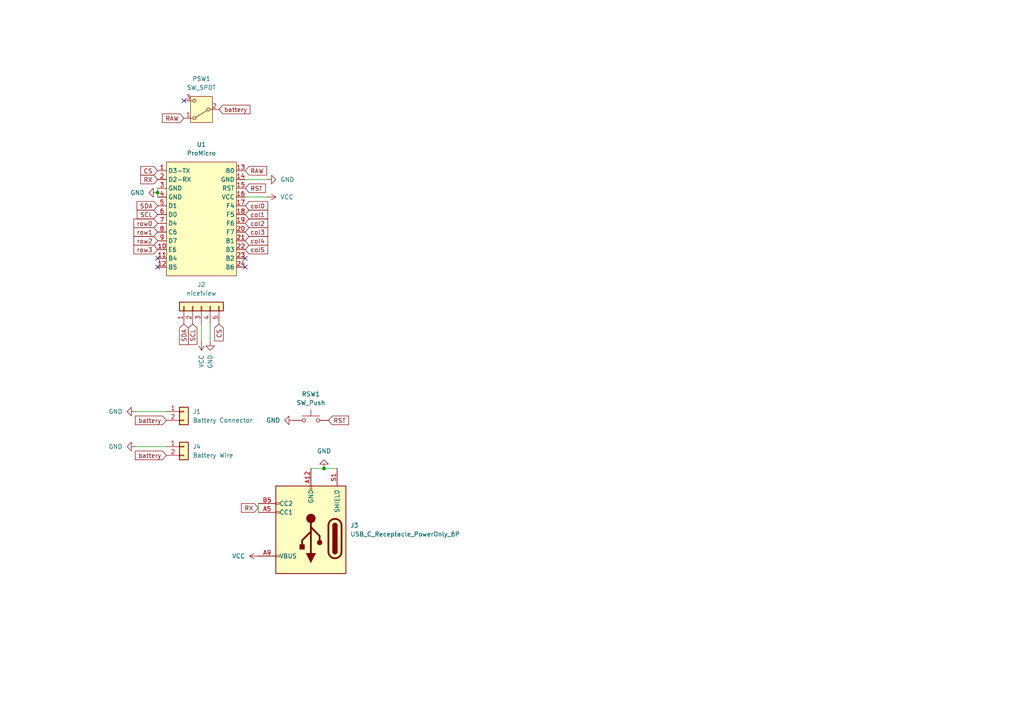
<source format=kicad_sch>
(kicad_sch (version 20231120) (generator "eeschema") (generator_version "8.0")
  (paper "A4")
  (lib_symbols
    (symbol "Connector:USB_C_Receptacle_PowerOnly_6P" (pin_names (offset 1.016))
      (property "Reference" "J" (at 0 16.51 0))
      (property "Value" "USB_C_Receptacle_PowerOnly_6P" (at 0 13.97 0))
      (symbol "USB_C_Receptacle_PowerOnly_6P_0_0"
        (rectangle (start -0.254 -12.7) (end 0.254 -11.684))
        (rectangle (start 10.16 -7.366) (end 9.144 -7.874))
        (rectangle (start 10.16 -4.826) (end 9.144 -5.334))
        (rectangle (start 10.16 7.874) (end 9.144 7.366))
      )
      (symbol "USB_C_Receptacle_PowerOnly_6P_0_1"
        (rectangle (start -10.16 12.7) (end 10.16 -12.7) (stroke (width 0.254)) (fill (type background)))
        (arc (start -8.89 -1.27) (mid -6.985 -3.1667) (end -5.08 -1.27) (stroke (width 0.508)))
        (arc (start -7.62 -1.27) (mid -6.985 -1.9023) (end -6.35 -1.27) (stroke (width 0.254)))
        (arc (start -7.62 -1.27) (mid -6.985 -1.9023) (end -6.35 -1.27) (stroke (width 0.254)) (fill (type outline)))
        (rectangle (start -7.62 -1.27) (end -6.35 6.35) (stroke (width 0.254)) (fill (type outline)))
        (arc (start -6.35 6.35) (mid -6.985 6.9823) (end -7.62 6.35) (stroke (width 0.254)))
        (arc (start -6.35 6.35) (mid -6.985 6.9823) (end -7.62 6.35) (stroke (width 0.254)) (fill (type outline)))
        (arc (start -5.08 6.35) (mid -6.985 8.2467) (end -8.89 6.35) (stroke (width 0.508)))
        (circle (center -2.54 3.683) (radius 0.635) (stroke (width 0.254)) (fill (type outline)))
        (circle (center 0 -3.302) (radius 1.27) (fill (type outline)))
        (polyline (pts (xy -8.89 -1.27) (xy -8.89 6.35)) (stroke (width 0.508)))
        (polyline (pts (xy -5.08 6.35) (xy -5.08 -1.27)) (stroke (width 0.508)))
        (polyline (pts (xy 0 -3.302) (xy 0 6.858)) (stroke (width 0.508)))
        (polyline (pts (xy 0 -0.762) (xy -2.54 1.778) (xy -2.54 3.048)) (stroke (width 0.508)))
        (polyline (pts (xy 0 0.508) (xy 2.54 3.048) (xy 2.54 4.318)) (stroke (width 0.508)))
        (polyline (pts (xy -1.27 6.858) (xy 0 9.398) (xy 1.27 6.858) (xy -1.27 6.858)) (stroke (width 0.254)) (fill (type outline)))
        (rectangle (start 1.905 4.318) (end 3.175 5.588) (stroke (width 0.254)) (fill (type outline)))
      )
      (symbol "USB_C_Receptacle_PowerOnly_6P_1_1"
        (pin passive line (at 0 -17.78 90) (length 5.08) (name "GND") (number "A12"))
        (pin bidirectional line (at 15.24 -5.08 180) (length 5.08) (name "CC1") (number "A5"))
        (pin passive line (at 15.24 7.62 180) (length 5.08) (name "VBUS") (number "A9"))
        (pin passive line (at 0 -17.78 90) (length 5.08) hide (name "GND") (number "B12"))
        (pin bidirectional line (at 15.24 -7.62 180) (length 5.08) (name "CC2") (number "B5"))
        (pin passive line (at 15.24 7.62 180) (length 5.08) hide (name "VBUS") (number "B9"))
        (pin passive line (at -7.62 -17.78 90) (length 5.08) (name "SHIELD") (number "S1"))
      )
    )
    (symbol "Connector_Generic:Conn_01x02" (pin_names (offset 1.016) hide)
      (property "Reference" "J" (at 0 2.54 0))
      (property "Value" "Conn_01x02" (at 0 -5.08 0))
      (symbol "Conn_01x02_1_1"
        (rectangle (start -1.27 -2.413) (end 0 -2.667) (stroke (width 0.1524)))
        (rectangle (start -1.27 0.127) (end 0 -0.127) (stroke (width 0.1524)))
        (rectangle (start -1.27 1.27) (end 1.27 -3.81) (stroke (width 0.254)) (fill (type background)))
        (pin passive line (at -5.08 0 0) (length 3.81) (name "Pin_1") (number "1"))
        (pin passive line (at -5.08 -2.54 0) (length 3.81) (name "Pin_2") (number "2"))
      )
    )
    (symbol "Connector_Generic:Conn_01x05" (pin_names (offset 1.016) hide)
      (property "Reference" "J" (at 0 7.62 0))
      (property "Value" "Conn_01x05" (at 0 -7.62 0))
      (symbol "Conn_01x05_1_1"
        (rectangle (start -1.27 -4.953) (end 0 -5.207) (stroke (width 0.1524)))
        (rectangle (start -1.27 -2.413) (end 0 -2.667) (stroke (width 0.1524)))
        (rectangle (start -1.27 0.127) (end 0 -0.127) (stroke (width 0.1524)))
        (rectangle (start -1.27 2.667) (end 0 2.413) (stroke (width 0.1524)))
        (rectangle (start -1.27 5.207) (end 0 4.953) (stroke (width 0.1524)))
        (rectangle (start -1.27 6.35) (end 1.27 -6.35) (stroke (width 0.254)) (fill (type background)))
        (pin passive line (at -5.08 5.08 0) (length 3.81) (name "Pin_1") (number "1"))
        (pin passive line (at -5.08 2.54 0) (length 3.81) (name "Pin_2") (number "2"))
        (pin passive line (at -5.08 0 0) (length 3.81) (name "Pin_3") (number "3"))
        (pin passive line (at -5.08 -2.54 0) (length 3.81) (name "Pin_4") (number "4"))
        (pin passive line (at -5.08 -5.08 0) (length 3.81) (name "Pin_5") (number "5"))
      )
    )
    (symbol "PCM_marbastlib-promicroish:Arduino_ProMicro" (in_bom no)
      (property "Reference" "U" (at 0 20.32 0))
      (property "Value" "ProMicro" (at 0 17.78 0))
      (symbol "Arduino_ProMicro_0_0"
        (pin bidirectional line (at -12.7 13.97 0) (length 2.54) (name "D3-TX") (number "1"))
        (pin bidirectional line (at -12.7 -8.89 0) (length 2.54) (name "E6") (number "10"))
        (pin bidirectional line (at -12.7 -11.43 0) (length 2.54) (name "B4") (number "11"))
        (pin bidirectional line (at -12.7 -13.97 0) (length 2.54) (name "B5") (number "12"))
        (pin power_out line (at 12.7 11.43 180) (length 2.54) (name "GND") (number "14"))
        (pin bidirectional line (at 12.7 8.89 180) (length 2.54) (name "RST") (number "15"))
        (pin bidirectional line (at 12.7 3.81 180) (length 2.54) (name "F4") (number "17"))
        (pin bidirectional line (at 12.7 1.27 180) (length 2.54) (name "F5") (number "18"))
        (pin bidirectional line (at 12.7 -1.27 180) (length 2.54) (name "F6") (number "19"))
        (pin bidirectional line (at -12.7 11.43 0) (length 2.54) (name "D2-RX") (number "2"))
        (pin bidirectional line (at 12.7 -3.81 180) (length 2.54) (name "F7") (number "20"))
        (pin bidirectional line (at 12.7 -6.35 180) (length 2.54) (name "B1") (number "21"))
        (pin bidirectional line (at 12.7 -8.89 180) (length 2.54) (name "B3") (number "22"))
        (pin bidirectional line (at 12.7 -11.43 180) (length 2.54) (name "B2") (number "23"))
        (pin bidirectional line (at 12.7 -13.97 180) (length 2.54) (name "B6") (number "24"))
        (pin power_out line (at -12.7 8.89 0) (length 2.54) (name "GND") (number "3"))
        (pin power_out line (at -12.7 6.35 0) (length 2.54) (name "GND") (number "4"))
        (pin bidirectional line (at -12.7 3.81 0) (length 2.54) (name "D1") (number "5"))
        (pin bidirectional line (at -12.7 1.27 0) (length 2.54) (name "D0") (number "6"))
        (pin bidirectional line (at -12.7 -1.27 0) (length 2.54) (name "D4") (number "7"))
        (pin bidirectional line (at -12.7 -3.81 0) (length 2.54) (name "C6") (number "8"))
        (pin bidirectional line (at -12.7 -6.35 0) (length 2.54) (name "D7") (number "9"))
      )
      (symbol "Arduino_ProMicro_1_0"
        (pin bidirectional line (at 12.7 13.97 180) (length 2.54) (name "B0") (number "13"))
        (pin power_out line (at 12.7 6.35 180) (length 2.54) (name "VCC") (number "16"))
      )
      (symbol "Arduino_ProMicro_1_1"
        (rectangle (start -10.16 16.51) (end 10.16 -16.51) (fill (type background)))
      )
    )
    (symbol "Switch:SW_Push" (pin_numbers hide) (pin_names (offset 1.016) hide)
      (property "Reference" "SW" (at 1.27 2.54 0))
      (property "Value" "SW_Push" (at 0 -1.524 0))
      (symbol "SW_Push_0_1"
        (circle (center -2.032 0) (radius 0.508))
        (polyline (pts (xy 0 1.27) (xy 0 3.048)))
        (polyline (pts (xy 2.54 1.27) (xy -2.54 1.27)))
        (circle (center 2.032 0) (radius 0.508))
        (pin passive line (at -5.08 0 0) (length 2.54) (name "1") (number "1"))
        (pin passive line (at 5.08 0 180) (length 2.54) (name "2") (number "2"))
      )
    )
    (symbol "Switch:SW_SPDT" (pin_names (offset 0) hide)
      (property "Reference" "SW" (at 0 5.08 0))
      (property "Value" "SW_SPDT" (at 0 -5.08 0))
      (symbol "SW_SPDT_0_1"
        (circle (center -2.032 0) (radius 0.4572))
        (polyline (pts (xy -1.651 0.254) (xy 1.651 2.286)))
        (circle (center 2.032 -2.54) (radius 0.4572))
        (circle (center 2.032 2.54) (radius 0.4572))
      )
      (symbol "SW_SPDT_1_1"
        (rectangle (start -3.175 3.81) (end 3.175 -3.81) (fill (type background)))
        (pin passive line (at 5.08 2.54 180) (length 2.54) (name "A") (number "1"))
        (pin passive line (at -5.08 0 0) (length 2.54) (name "B") (number "2"))
        (pin passive line (at 5.08 -2.54 180) (length 2.54) (name "C") (number "3"))
      )
    )
    (symbol "power:GND" (power) (pin_numbers hide) (pin_names (offset 0) hide)
      (property "Value" "GND" (at 0 -3.81 0))
      (symbol "GND_0_1"
        (polyline (pts (xy 0 0) (xy 0 -1.27) (xy 1.27 -1.27) (xy 0 -2.54) (xy -1.27 -1.27) (xy 0 -1.27)))
      )
      (symbol "GND_1_1"
        (pin power_in line (at 0 0 270) (length 0) (name "~") (number "1"))
      )
    )
    (symbol "power:VCC" (power) (pin_numbers hide) (pin_names (offset 0) hide)
      (property "Value" "VCC" (at 0 3.556 0))
      (symbol "VCC_0_1"
        (polyline (pts (xy -0.762 1.27) (xy 0 2.54)))
        (polyline (pts (xy 0 0) (xy 0 2.54)))
        (polyline (pts (xy 0 2.54) (xy 0.762 1.27)))
      )
      (symbol "VCC_1_1"
        (pin power_in line (at 0 0 90) (length 0) (name "~") (number "1"))
      )
    )
  )
  (junction (at 45.72 55.88))
  (junction (at 93.98 135.89))
  (no_connect (at 45.72 74.93))
  (no_connect (at 71.12 77.47))
  (no_connect (at 45.72 77.47))
  (no_connect (at 53.34 29.21))
  (no_connect (at 71.12 74.93))
  (wire (pts (xy 45.72 55.88) (xy 45.72 57.15)))
  (wire (pts (xy 45.72 54.61) (xy 45.72 55.88)))
  (wire (pts (xy 39.37 119.38) (xy 48.26 119.38)))
  (wire (pts (xy 58.42 99.06) (xy 58.42 93.98)))
  (wire (pts (xy 74.93 146.05) (xy 74.93 148.59)))
  (wire (pts (xy 93.98 135.89) (xy 97.79 135.89)))
  (wire (pts (xy 90.17 135.89) (xy 93.98 135.89)))
  (wire (pts (xy 77.47 57.15) (xy 71.12 57.15)))
  (wire (pts (xy 77.47 52.07) (xy 71.12 52.07)))
  (wire (pts (xy 39.37 129.54) (xy 48.26 129.54)))
  (wire (pts (xy 60.96 99.06) (xy 60.96 93.98)))
  (global_label "SDA" (shape input) (at 45.72 59.69 180) (property "Intersheetrefs" "${INTERSHEET_REFS}" (effects (hide yes))))
  (global_label "RST" (shape input) (at 95.25 121.92 0) (property "Intersheetrefs" "${INTERSHEET_REFS}" (effects (hide yes))))
  (global_label "SDA" (shape input) (at 53.34 93.98 270) (property "Intersheetrefs" "${INTERSHEET_REFS}" (effects (hide yes))))
  (global_label "RAW" (shape input) (at 71.12 49.53 0) (property "Intersheetrefs" "${INTERSHEET_REFS}" (effects (hide yes))))
  (global_label "battery" (shape input) (at 63.5 31.75 0) (property "Intersheetrefs" "${INTERSHEET_REFS}" (effects (hide yes))))
  (global_label "col0" (shape input) (at 71.12 59.69 0) (property "Intersheetrefs" "${INTERSHEET_REFS}" (effects (hide yes))))
  (global_label "col3" (shape input) (at 71.12 67.31 0) (property "Intersheetrefs" "${INTERSHEET_REFS}" (effects (hide yes))))
  (global_label "SCL" (shape input) (at 45.72 62.23 180) (property "Intersheetrefs" "${INTERSHEET_REFS}" (effects (hide yes))))
  (global_label "RX" (shape input) (at 45.72 52.07 180) (property "Intersheetrefs" "${INTERSHEET_REFS}" (effects (hide yes))))
  (global_label "RAW" (shape input) (at 53.34 34.29 180) (property "Intersheetrefs" "${INTERSHEET_REFS}" (effects (hide yes))))
  (global_label "col2" (shape input) (at 71.12 64.77 0) (property "Intersheetrefs" "${INTERSHEET_REFS}" (effects (hide yes))))
  (global_label "row3" (shape input) (at 45.72 72.39 180) (property "Intersheetrefs" "${INTERSHEET_REFS}" (effects (hide yes))))
  (global_label "RX" (shape input) (at 74.93 147.32 180) (property "Intersheetrefs" "${INTERSHEET_REFS}" (effects (hide yes))))
  (global_label "col4" (shape input) (at 71.12 69.85 0) (property "Intersheetrefs" "${INTERSHEET_REFS}" (effects (hide yes))))
  (global_label "row2" (shape input) (at 45.72 69.85 180) (property "Intersheetrefs" "${INTERSHEET_REFS}" (effects (hide yes))))
  (global_label "battery" (shape input) (at 48.26 132.08 180) (property "Intersheetrefs" "${INTERSHEET_REFS}" (effects (hide yes))))
  (global_label "col5" (shape input) (at 71.12 72.39 0) (property "Intersheetrefs" "${INTERSHEET_REFS}" (effects (hide yes))))
  (global_label "col1" (shape input) (at 71.12 62.23 0) (property "Intersheetrefs" "${INTERSHEET_REFS}" (effects (hide yes))))
  (global_label "row1" (shape input) (at 45.72 67.31 180) (property "Intersheetrefs" "${INTERSHEET_REFS}" (effects (hide yes))))
  (global_label "SCL" (shape input) (at 55.88 93.98 270) (property "Intersheetrefs" "${INTERSHEET_REFS}" (effects (hide yes))))
  (global_label "row0" (shape input) (at 45.72 64.77 180) (property "Intersheetrefs" "${INTERSHEET_REFS}" (effects (hide yes))))
  (global_label "RST" (shape input) (at 71.12 54.61 0) (property "Intersheetrefs" "${INTERSHEET_REFS}" (effects (hide yes))))
  (global_label "CS" (shape input) (at 45.72 49.53 180) (property "Intersheetrefs" "${INTERSHEET_REFS}" (effects (hide yes))))
  (global_label "CS" (shape input) (at 63.5 93.98 270) (property "Intersheetrefs" "${INTERSHEET_REFS}" (effects (hide yes))))
  (global_label "battery" (shape input) (at 48.26 121.92 180) (property "Intersheetrefs" "${INTERSHEET_REFS}" (effects (hide yes))))
  (symbol (lib_id "power:VCC") (at 77.47 57.15 270) (unit 1)
    (property "Reference" "#PWR04" (effects (hide yes)))
    (property "Value" "VCC" (at 81.28 57.1499 90) (effects (justify left)))
    (property "Description" "Power symbol creates a global label with name \"VCC\"" (effects (hide yes)))
  )
  (symbol (lib_id "power:GND") (at 93.98 135.89 180) (unit 1)
    (property "Reference" "#PWR05" (effects (hide yes)))
    (property "Value" "GND" (at 93.98 130.81 0))
    (property "Description" "Power symbol creates a global label with name \"GND\" , ground" (effects (hide yes)))
  )
  (symbol (lib_id "Connector_Generic:Conn_01x02") (at 53.34 119.38 0) (unit 1)
    (property "Reference" "J1" (at 55.88 119.3799 0) (effects (justify left)))
    (property "Value" "Battery Connector" (at 55.88 121.9199 0) (effects (justify left)))
    (property "Footprint" "Project:JST_PH_S2B-PH-K_1x02_P2.00mm_Horizontal" (effects (hide yes)))
    (property "Description" "Generic connector, single row, 01x02, script generated (kicad-library-utils/schlib/autogen/connector/)" (effects (hide yes)))
  )
  (symbol (lib_id "Connector_Generic:Conn_01x02") (at 53.34 129.54 0) (unit 1)
    (property "Reference" "J4" (at 55.88 129.5399 0) (effects (justify left)))
    (property "Value" "Battery Wire" (at 55.88 132.0799 0) (effects (justify left)))
    (property "Footprint" "Project:Battery Wire" (effects (hide yes)))
    (property "Description" "Generic connector, single row, 01x02, script generated (kicad-library-utils/schlib/autogen/connector/)" (effects (hide yes)))
  )
  (symbol (lib_id "power:GND") (at 39.37 129.54 270) (unit 1)
    (property "Reference" "#PWR010" (effects (hide yes)))
    (property "Value" "GND" (at 35.56 129.5399 90) (effects (justify right)))
    (property "Description" "Power symbol creates a global label with name \"GND\" , ground" (effects (hide yes)))
  )
  (symbol (lib_id "power:GND") (at 60.96 99.06 0) (unit 1)
    (property "Reference" "#PWR06" (effects (hide yes)))
    (property "Value" "GND" (at 60.9599 102.87 90) (effects (justify right)))
    (property "Description" "Power symbol creates a global label with name \"GND\" , ground" (effects (hide yes)))
  )
  (symbol (lib_id "power:GND") (at 85.09 121.92 270) (unit 1)
    (property "Reference" "#PWR08" (effects (hide yes)))
    (property "Value" "GND" (at 81.28 121.9199 90) (effects (justify right)))
    (property "Description" "Power symbol creates a global label with name \"GND\" , ground" (effects (hide yes)))
  )
  (symbol (lib_id "power:GND") (at 45.72 55.88 270) (unit 1)
    (property "Reference" "#PWR01" (effects (hide yes)))
    (property "Value" "GND" (at 41.91 55.8799 90) (effects (justify right)))
    (property "Description" "Power symbol creates a global label with name \"GND\" , ground" (effects (hide yes)))
  )
  (symbol (lib_id "power:VCC") (at 74.93 161.29 90) (unit 1)
    (property "Reference" "#PWR09" (effects (hide yes)))
    (property "Value" "VCC" (at 71.12 161.2899 90) (effects (justify left)))
    (property "Description" "Power symbol creates a global label with name \"VCC\"" (effects (hide yes)))
  )
  (symbol (lib_id "power:VCC") (at 58.42 99.06 180) (unit 1)
    (property "Reference" "#PWR07" (effects (hide yes)))
    (property "Value" "VCC" (at 58.4199 102.87 90) (effects (justify left)))
    (property "Description" "Power symbol creates a global label with name \"VCC\"" (effects (hide yes)))
  )
  (symbol (lib_id "Connector:USB_C_Receptacle_PowerOnly_6P") (at 90.17 153.67 180) (unit 1)
    (property "Reference" "J3" (at 101.6 152.3999 0) (effects (justify right)))
    (property "Value" "USB_C_Receptacle_PowerOnly_6P" (at 101.6 154.9399 0) (effects (justify right)))
    (property "Footprint" "Project:USB_C_Receptacle_GCT_USB4125-xx-x_6P_TopMnt_Horizontal" (effects (hide yes)))
    (property "Datasheet" "https://www.usb.org/sites/default/files/documents/usb_type-c.zip" (effects (hide yes)))
    (property "Description" "USB Power-Only 6P Type-C Receptacle connector" (effects (hide yes)))
  )
  (symbol (lib_id "power:GND") (at 77.47 52.07 90) (unit 1)
    (property "Reference" "#PWR03" (effects (hide yes)))
    (property "Value" "GND" (at 81.28 52.0699 90) (effects (justify right)))
    (property "Description" "Power symbol creates a global label with name \"GND\" , ground" (effects (hide yes)))
  )
  (symbol (lib_id "power:GND") (at 39.37 119.38 270) (unit 1)
    (property "Reference" "#PWR02" (effects (hide yes)))
    (property "Value" "GND" (at 35.56 119.3799 90) (effects (justify right)))
    (property "Description" "Power symbol creates a global label with name \"GND\" , ground" (effects (hide yes)))
  )
  (symbol (lib_id "Connector_Generic:Conn_01x05") (at 58.42 88.9 90) (unit 1)
    (property "Reference" "J2" (at 58.42 82.55 90))
    (property "Value" "nice!view" (at 58.42 85.09 90))
    (property "Footprint" "Project:Nice_View" (effects (hide yes)))
    (property "Description" "Generic connector, single row, 01x05, script generated (kicad-library-utils/schlib/autogen/connector/)" (effects (hide yes)))
  )
  (symbol (lib_id "Switch:SW_SPDT") (at 58.42 31.75 180) (unit 1)
    (property "Reference" "PSW1" (at 58.42 22.86 0))
    (property "Value" "SW_SPDT" (at 58.42 25.4 0))
    (property "Footprint" "Project:SW_SPDT_PCM12" (effects (hide yes)))
    (property "Description" "Switch, single pole double throw" (effects (hide yes)))
  )
  (symbol (lib_id "PCM_marbastlib-promicroish:Arduino_ProMicro") (at 58.42 63.5 0) (unit 1) (in_bom no)
    (property "Reference" "U1" (at 58.42 41.91 0))
    (property "Value" "ProMicro" (at 58.42 44.45 0))
    (property "Footprint" "Project:Pro_Micro-Reversible" (effects (hide yes)))
    (property "Description" "Symbol for an Arduino Pro Micro" (effects (hide yes)))
  )
  (symbol (lib_id "Switch:SW_Push") (at 90.17 121.92 0) (unit 1)
    (property "Reference" "RSW1" (at 90.17 114.3 0))
    (property "Value" "SW_Push" (at 90.17 116.84 0))
    (property "Footprint" "Project:SW_PUSH_1P1T_6x3.5mm_H4.3_APEM_MJTP1243" (effects (hide yes)))
    (property "Description" "Push button switch, generic, two pins" (effects (hide yes)))
  )
)
</source>
